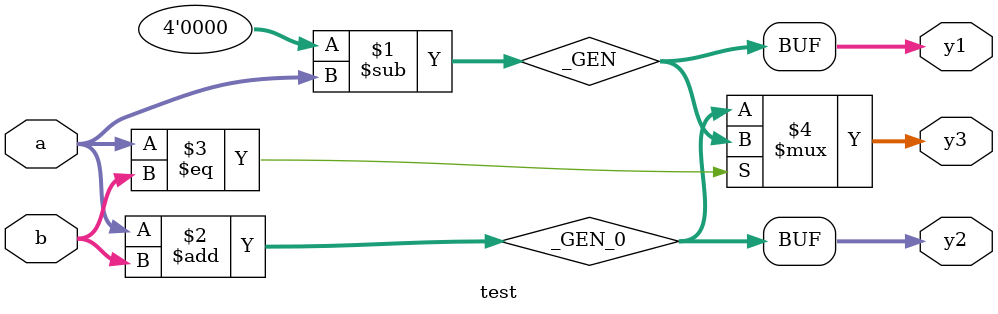
<source format=v>
module test(	// file.cleaned.mlir:2:3
  input  [3:0] a,	// file.cleaned.mlir:2:22
               b,	// file.cleaned.mlir:2:34
  output [3:0] y1,	// file.cleaned.mlir:2:47
               y2,	// file.cleaned.mlir:2:60
               y3	// file.cleaned.mlir:2:73
);

  wire [3:0] _GEN = 4'h0 - a;	// file.cleaned.mlir:3:14, :4:10
  wire [3:0] _GEN_0 = a + b;	// file.cleaned.mlir:5:10
  assign y1 = _GEN;	// file.cleaned.mlir:4:10, :8:5
  assign y2 = _GEN_0;	// file.cleaned.mlir:5:10, :8:5
  assign y3 = a == b ? _GEN : _GEN_0;	// file.cleaned.mlir:4:10, :5:10, :6:10, :7:10, :8:5
endmodule


</source>
